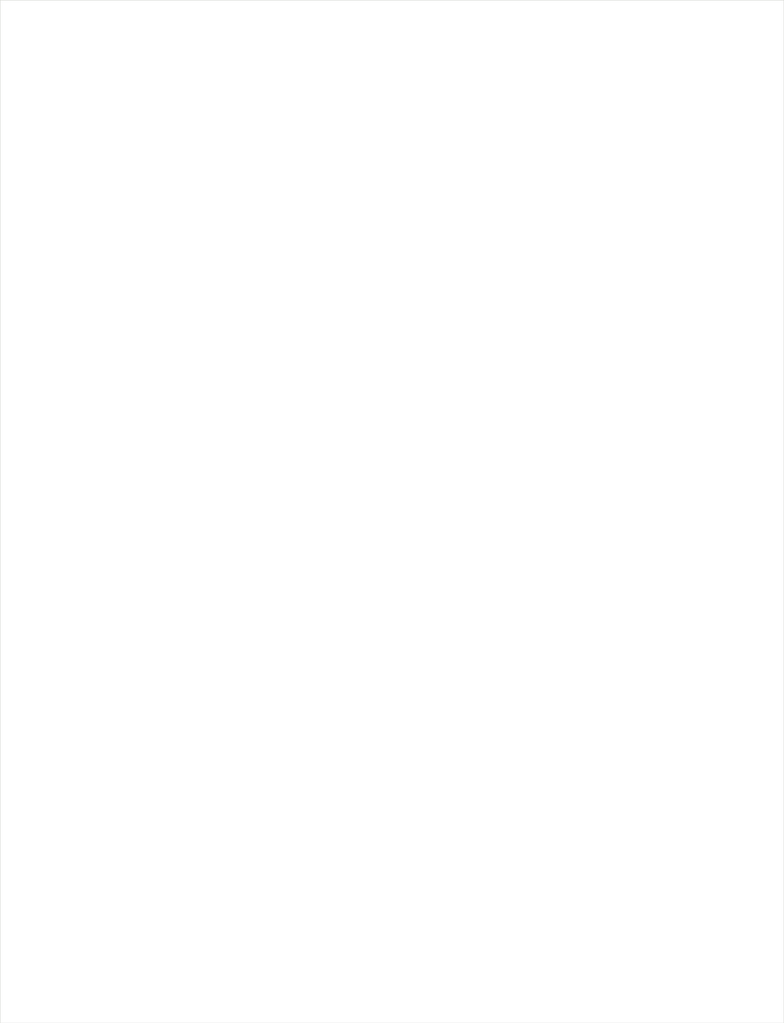
<source format=kicad_pcb>
(kicad_pcb
	(version 20240108)
	(generator "pcbnew")
	(generator_version "8.0")
	(general
		(thickness 1.6)
		(legacy_teardrops no)
	)
	(paper "A4" portrait)
	(title_block
		(title "JLCPCB Custom Design Rules (.kicad_dru)")
		(date "2023-10-19")
		(company "LabTroll")
		(comment 1 "Author: Morten Hattesen")
	)
	(layers
		(0 "F.Cu" signal)
		(1 "In1.Cu" signal)
		(2 "In2.Cu" signal)
		(31 "B.Cu" signal)
		(32 "B.Adhes" user "B.Adhesive")
		(33 "F.Adhes" user "F.Adhesive")
		(34 "B.Paste" user)
		(35 "F.Paste" user)
		(36 "B.SilkS" user "B.Silkscreen")
		(37 "F.SilkS" user "F.Silkscreen")
		(38 "B.Mask" user)
		(39 "F.Mask" user)
		(40 "Dwgs.User" user "User.Drawings")
		(41 "Cmts.User" user "User.Comments")
		(42 "Eco1.User" user "User.Eco1")
		(43 "Eco2.User" user "User.Eco2")
		(44 "Edge.Cuts" user)
		(45 "Margin" user)
		(46 "B.CrtYd" user "B.Courtyard")
		(47 "F.CrtYd" user "F.Courtyard")
		(48 "B.Fab" user)
		(49 "F.Fab" user)
		(50 "User.1" user)
		(51 "User.2" user)
		(52 "User.3" user)
		(53 "User.4" user)
		(54 "User.5" user)
		(55 "User.6" user)
		(56 "User.7" user)
		(57 "User.8" user)
		(58 "User.9" user)
	)
	(setup
		(stackup
			(layer "F.SilkS"
				(type "Top Silk Screen")
			)
			(layer "F.Paste"
				(type "Top Solder Paste")
			)
			(layer "F.Mask"
				(type "Top Solder Mask")
				(thickness 0.01)
			)
			(layer "F.Cu"
				(type "copper")
				(thickness 0.035)
			)
			(layer "dielectric 1"
				(type "prepreg")
				(thickness 0.1)
				(material "FR4")
				(epsilon_r 4.5)
				(loss_tangent 0.02)
			)
			(layer "In1.Cu"
				(type "copper")
				(thickness 0.035)
			)
			(layer "dielectric 2"
				(type "core")
				(thickness 1.24)
				(material "FR4")
				(epsilon_r 4.5)
				(loss_tangent 0.02)
			)
			(layer "In2.Cu"
				(type "copper")
				(thickness 0.035)
			)
			(layer "dielectric 3"
				(type "prepreg")
				(thickness 0.1)
				(material "FR4")
				(epsilon_r 4.5)
				(loss_tangent 0.02)
			)
			(layer "B.Cu"
				(type "copper")
				(thickness 0.035)
			)
			(layer "B.Mask"
				(type "Bottom Solder Mask")
				(thickness 0.01)
			)
			(layer "B.Paste"
				(type "Bottom Solder Paste")
			)
			(layer "B.SilkS"
				(type "Bottom Silk Screen")
			)
			(copper_finish "HAL lead-free")
			(dielectric_constraints no)
		)
		(pad_to_mask_clearance 0)
		(allow_soldermask_bridges_in_footprints no)
		(grid_origin 31 88)
		(pcbplotparams
			(layerselection 0x00010fc_ffffffff)
			(plot_on_all_layers_selection 0x0000000_00000000)
			(disableapertmacros no)
			(usegerberextensions no)
			(usegerberattributes yes)
			(usegerberadvancedattributes yes)
			(creategerberjobfile yes)
			(dashed_line_dash_ratio 12.000000)
			(dashed_line_gap_ratio 3.000000)
			(svgprecision 4)
			(plotframeref no)
			(viasonmask no)
			(mode 1)
			(useauxorigin no)
			(hpglpennumber 1)
			(hpglpenspeed 20)
			(hpglpendiameter 15.000000)
			(pdf_front_fp_property_popups yes)
			(pdf_back_fp_property_popups yes)
			(dxfpolygonmode yes)
			(dxfimperialunits yes)
			(dxfusepcbnewfont yes)
			(psnegative no)
			(psa4output no)
			(plotreference yes)
			(plotvalue yes)
			(plotfptext yes)
			(plotinvisibletext no)
			(sketchpadsonfab no)
			(subtractmaskfromsilk no)
			(outputformat 1)
			(mirror no)
			(drillshape 1)
			(scaleselection 1)
			(outputdirectory "")
		)
	)
	(property "FOX" "THE QUICK BROWN FOX JUMPS OVER THE LAZY DOG")
	(property "fox" "the quick brown fox jumps over the lazy dog")
	(net 0 "")
	(gr_rect
		(start 14 13)
		(end 194 248)
		(locked yes)
		(stroke
			(width 0.1)
			(type default)
		)
		(fill none)
		(layer "Edge.Cuts")
		(uuid "1c7f56b1-6642-4cd4-a86b-249c5e24df57")
	)
)

</source>
